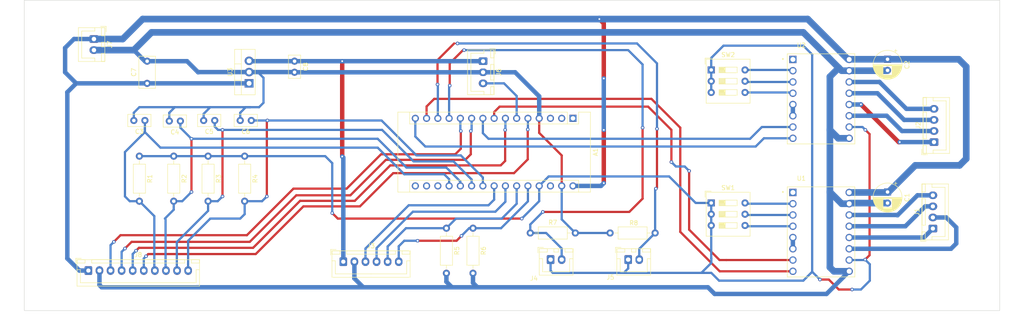
<source format=kicad_pcb>
(kicad_pcb (version 20211014) (generator pcbnew)
  (layers (0 "F.Cu" signal) (31 "B.Cu" signal) (34 "B.Paste" user) (35 "F.Paste" user) (36 "B.SilkS" user "B.Silkscreen") (37 "F.SilkS" user "F.Silkscreen") (38 "B.Mask" user) (39 "F.Mask" user) (44 "Edge.Cuts" user))
  (net 0 "")
  (net 4 "/GND")
  (net 5 "Net-(A1-Pad5)")
  (net 6 "/Sig")
  (net 7 "Net-(A1-Pad7)")
  (net 8 "Net-(A1-Pad8)")
  (net 9 "Net-(A1-Pad9)")
  (net 10 "Net-(A1-Pad10)")
  (net 11 "Net-(A1-Pad12)")
  (net 12 "Net-(A1-Pad13)")
  (net 13 "Net-(A1-Pad14)")
  (net 14 "Net-(A1-Pad15)")
  (net 18 "Net-(A1-Pad19)")
  (net 19 "Net-(A1-Pad20)")
  (net 20 "Net-(A1-Pad21)")
  (net 21 "Net-(A1-Pad22)")
  (net 22 "/SDA")
  (net 23 "/SCL")
  (net 24 "/SW1")
  (net 25 "/SW2")
  (net 27 "/12V")
  (net 28 "Net-(C8-Pad1)")
  (net 29 "Net-(J1-Pad1)")
  (net 30 "Net-(J1-Pad2)")
  (net 31 "Net-(J1-Pad3)")
  (net 32 "Net-(J1-Pad4)")
  (net 33 "Net-(J2-Pad1)")
  (net 34 "Net-(J2-Pad2)")
  (net 35 "Net-(J2-Pad3)")
  (net 36 "Net-(J2-Pad4)")
  (net 37 "Net-(SW1-Pad4)")
  (net 38 "Net-(SW1-Pad5)")
  (net 39 "Net-(SW1-Pad6)")
  (net 40 "Net-(SW2-Pad4)")
  (net 41 "Net-(SW2-Pad5)")
  (net 42 "Net-(SW2-Pad6)")
  (net 44 "Net-(U1-Pad5)")
  (net 46 "Net-(U2-Pad5)")
  (net 47 "Net-(A1-Pad27)")
  (net 48 "Net-(A1-Pad11)")
  (footprint "Connector_JST:JST_XH_B4B-XH-A_1x04_P2.50mm_Vertical" (layer "F.Cu") (at 244.1775 70 90)
    (fp_text reference "J2")
    (fp_text value "Conn_01x04")
  )
  (footprint "DRV8825_STEPPER_MOTOR_DRIVER_CARRIER:IC_DRV8825_STEPPER_MOTOR_DRIVER_CARRIER" (layer "F.Cu") (at 218.7025 60.25)
    (fp_text reference "U2")
    (fp_text value "DRV8825_STEPPER_MOTOR_DRIVER_CARRIER")
  )
  (footprint "Connector_JST:JST_XH_B2B-XH-A_1x02_P2.50mm_Vertical" (layer "F.Cu") (at 54.7025 46.75 -90)
    (fp_text reference "J7")
    (fp_text value "Power")
  )
  (footprint "Capacitor_THT:C_Rect_L7.0mm_W3.5mm_P5.00mm" (layer "F.Cu") (at 66.7025 56.75 90)
    (fp_text reference "C7")
    (fp_text value "0.33uF")
  )
  (footprint "Connector_JST:JST_XH_B4B-XH-A_1x04_P2.50mm_Vertical" (layer "F.Cu") (at 243.9275 89.5 90)
    (fp_text reference "J1")
    (fp_text value "Conn_01x04")
  )
  (footprint "Capacitor_THT:C_Disc_D5.0mm_W2.5mm_P2.50mm" (layer "F.Cu") (at 81.9525 65.125 180)
    (fp_text reference "C5")
    (fp_text value "0.1uF")
  )
  (footprint "Module:Arduino_Nano" (layer "F.Cu") (at 162.7525 64.64 -90)
    (fp_text reference "A1")
    (fp_text value "Arduino_Nano_v3.x")
  )
  (footprint "Package_TO_SOT_THT:TO-220-3_Vertical" (layer "F.Cu") (at 89.7025 56.75 90)
    (fp_text reference "U3")
    (fp_text value "LM7805_TO220")
  )
  (footprint "Capacitor_THT:C_Disc_D5.0mm_W2.5mm_P2.50mm" (layer "F.Cu") (at 66.2025 65.125 180)
    (fp_text reference "C3")
    (fp_text value "0.1uF")
  )
  (footprint "Resistor_THT:R_Axial_DIN0207_L6.3mm_D2.5mm_P10.16mm_Horizontal" (layer "F.Cu") (at 72.7025 73.17 -90)
    (fp_text reference "R2")
    (fp_text value "1k")
  )
  (footprint "Capacitor_THT:C_Disc_D5.0mm_W2.5mm_P2.50mm" (layer "F.Cu") (at 99.9525 51.75 -90)
    (fp_text reference "C8")
    (fp_text value "0.1uF")
  )
  (footprint "Resistor_THT:R_Axial_DIN0207_L6.3mm_D2.5mm_P10.16mm_Horizontal" (layer "F.Cu") (at 140.2025 89.42 -90)
    (fp_text reference "R6")
    (fp_text value "1k")
  )
  (footprint "Connector_JST:JST_XH_B10B-XH-A_1x10_P2.50mm_Vertical" (layer "F.Cu") (at 53.4525 98.975)
    (fp_text reference "J8")
    (fp_text value "Conn_01x10_Female")
  )
  (footprint "Connector_JST:JST_XH_B6B-XH-A_1x06_P2.50mm_Vertical" (layer "F.Cu") (at 110.9525 96.975)
    (fp_text reference "J3")
    (fp_text value "Conn_01x06")
  )
  (footprint "MountingHole:MountingHole_3.2mm_M3" (layer "F.Cu") (at 255 42)
    (fp_text reference "REF**" hide)
    (fp_text value "MountingHole_3.2mm_M3")
  )
  (footprint "Capacitor_THT:C_Disc_D5.0mm_W2.5mm_P2.50mm" (layer "F.Cu") (at 90.2025 65.125 180)
    (fp_text reference "C6")
    (fp_text value "0.1uF")
  )
  (footprint "Resistor_THT:R_Axial_DIN0207_L6.3mm_D2.5mm_P10.16mm_Horizontal" (layer "F.Cu") (at 88.7025 73.17 -90)
    (fp_text reference "R4")
    (fp_text value "1k")
  )
  (footprint "Connector_JST:JST_XH_B2B-XH-A_1x02_P2.50mm_Vertical" (layer "F.Cu") (at 157.7025 96.5)
    (fp_text reference "J4")
    (fp_text value "LimitA")
  )
  (footprint "Button_Switch_THT:SW_DIP_SPSTx03_Slide_9.78x9.8mm_W7.62mm_P2.54mm" (layer "F.Cu") (at 193.935 53.725)
    (fp_text reference "SW2")
    (fp_text value "SW_DIP_x03")
  )
  (footprint "MountingHole:MountingHole_3.2mm_M3" (layer "F.Cu") (at 255 104)
    (fp_text reference "REF**" hide)
    (fp_text value "MountingHole_3.2mm_M3")
  )
  (footprint "Capacitor_THT:C_Disc_D5.0mm_W2.5mm_P2.50mm" (layer "F.Cu") (at 74.2025 65.25 180)
    (fp_text reference "C4")
    (fp_text value "0.1uF")
  )
  (footprint "Resistor_THT:R_Axial_DIN0207_L6.3mm_D2.5mm_P10.16mm_Horizontal" (layer "F.Cu") (at 134.2025 89.42 -90)
    (fp_text reference "R5")
    (fp_text value "1k")
  )
  (footprint "Resistor_THT:R_Axial_DIN0207_L6.3mm_D2.5mm_P10.16mm_Horizontal" (layer "F.Cu") (at 64.9525 73.17 -90)
    (fp_text reference "R1")
    (fp_text value "1k")
  )
  (footprint "Resistor_THT:R_Axial_DIN0207_L6.3mm_D2.5mm_P10.16mm_Horizontal" (layer "F.Cu") (at 181.2825 90.5 180)
    (fp_text reference "R8")
    (fp_text value "1k")
  )
  (footprint "Connector_JST:JST_XH_B2B-XH-A_1x02_P2.50mm_Vertical" (layer "F.Cu") (at 175.2025 96.5)
    (fp_text reference "J5")
    (fp_text value "LimitB")
  )
  (footprint "Button_Switch_THT:SW_DIP_SPSTx03_Slide_9.78x9.8mm_W7.62mm_P2.54mm" (layer "F.Cu") (at 193.935 83.725)
    (fp_text reference "SW1")
    (fp_text value "SW_DIP_x03")
  )
  (footprint "Connector_JST:JST_XH_B3B-XH-A_1x03_P2.50mm_Vertical" (layer "F.Cu") (at 142.4775 51.75 -90)
    (fp_text reference "J6")
    (fp_text value "Servo")
  )
  (footprint "Capacitor_THT:CP_Radial_D6.3mm_P2.50mm" (layer "F.Cu") (at 233.7025 81.25 -90)
    (fp_text reference "C1")
    (fp_text value "100uF")
  )
  (footprint "MountingHole:MountingHole_3.2mm_M3" (layer "F.Cu") (at 43 42)
    (fp_text reference "REF**" hide)
    (fp_text value "MountingHole_3.2mm_M3")
  )
  (footprint "DRV8825_STEPPER_MOTOR_DRIVER_CARRIER:IC_DRV8825_STEPPER_MOTOR_DRIVER_CARRIER" (layer "F.Cu") (at 218.7025 90.25)
    (fp_text reference "U1")
    (fp_text value "DRV8825_STEPPER_MOTOR_DRIVER_CARRIER")
  )
  (footprint "MountingHole:MountingHole_3.2mm_M3" (layer "F.Cu") (at 43 104)
    (fp_text reference "REF**" hide)
    (fp_text value "MountingHole_3.2mm_M3")
  )
  (footprint "Resistor_THT:R_Axial_DIN0207_L6.3mm_D2.5mm_P10.16mm_Horizontal" (layer "F.Cu") (at 80.4525 73.17 -90)
    (fp_text reference "R3")
    (fp_text value "1k")
  )
  (footprint "Resistor_THT:R_Axial_DIN0207_L6.3mm_D2.5mm_P10.16mm_Horizontal" (layer "F.Cu") (at 153.1225 90.5)
    (fp_text reference "R7")
    (fp_text value "1k")
  )
  (footprint "Capacitor_THT:CP_Radial_D6.3mm_P2.50mm" (layer "F.Cu") (at 233.7025 51.317621 -90)
    (fp_text reference "C2")
    (fp_text value "100uF")
  )
  (gr_rect locked (start 39 38) (end 259 108) (layer "Edge.Cuts") (width 0.1) (fill none))
  (segment (start 155.1325 67.93) (end 155.1325 64.64) (width 0.5) (layer "F.Cu") (net 4))
  (segment (start 160.2125 79.88) (end 160.2125 73.01) (width 0.5) (layer "F.Cu") (net 4))
  (segment (start 160.2125 73.01) (end 155.1325 67.93) (width 0.5) (layer "F.Cu") (net 4))
  (segment (start 142.4775 54.25) (end 149.7025 54.25) (width 1) (layer "B.Cu") (net 4))
  (segment (start 67.7025 45.25) (end 214.7025 45.25) (width 1.5) (layer "B.Cu") (net 4))
  (segment (start 225.0525 53.9) (end 233.5525 53.9) (width 1.5) (layer "B.Cu") (net 4))
  (segment (start 113.4525 100.75) (end 115.4525 102.75) (width 1) (layer "B.Cu") (net 4))
  (segment (start 78.2025 54.25) (end 75.7025 51.75) (width 1) (layer "B.Cu") (net 4))
  (segment (start 63.7025 65.125) (end 63.7025 63.375) (width 0.5) (layer "B.Cu") (net 4))
  (segment (start 66.2025 51.75) (end 63.7025 49.25) (width 1) (layer "B.Cu") (net 4))
  (segment (start 225.0525 83.9) (end 223.3525 83.9) (width 1.5) (layer "B.Cu") (net 4))
  (segment (start 140.2025 101.75) (end 141.2025 102.75) (width 1) (layer "B.Cu") (net 4))
  (segment (start 79.4525 63.625) (end 80.9525 62.125) (width 0.5) (layer "B.Cu") (net 4))
  (segment (start 160.2125 87.43) (end 163.2825 90.5) (width 0.5) (layer "B.Cu") (net 4))
  (segment (start 220.7025 81.25) (end 220.7025 67.25) (width 1.5) (layer "B.Cu") (net 4))
  (segment (start 113.4525 96.975) (end 113.4525 100.75) (width 1) (layer "B.Cu") (net 4))
  (segment (start 149.7025 54.25) (end 155.1325 59.68) (width 1) (layer "B.Cu") (net 4))
  (segment (start 142.4775 54.25) (end 99.9525 54.25) (width 1) (layer "B.Cu") (net 4))
  (segment (start 87.7025 65.125) (end 87.7025 63.375) (width 0.5) (layer "B.Cu") (net 4))
  (segment (start 88.9525 62.125) (end 89.9525 62.125) (width 0.5) (layer "B.Cu") (net 4))
  (segment (start 89.7025 54.21) (end 78.2425 54.21) (width 1) (layer "B.Cu") (net 4))
  (segment (start 56.4525 102.75) (end 55.9525 102.25) (width 1) (layer "B.Cu") (net 4))
  (segment (start 141.2025 102.75) (end 135.4525 102.75) (width 1) (layer "B.Cu") (net 4))
  (segment (start 220.7025 67.25) (end 220.7025 55.25) (width 1.5) (layer "B.Cu") (net 4))
  (segment (start 89.7025 54.21) (end 91.6625 54.21) (width 0.25) (layer "B.Cu") (net 4))
  (segment (start 134.2025 99.58) (end 134.2025 101.5) (width 1) (layer "B.Cu") (net 4))
  (segment (start 63.7025 63.375) (end 64.9525 62.125) (width 0.5) (layer "B.Cu") (net 4))
  (segment (start 55.9525 102.25) (end 55.9525 98.975) (width 1) (layer "B.Cu") (net 4))
  (segment (start 92.9525 61.125) (end 91.9525 62.125) (width 0.5) (layer "B.Cu") (net 4))
  (segment (start 171.1225 90.5) (end 163.2825 90.5) (width 0.5) (layer "B.Cu") (net 4))
  (segment (start 222.7025 53.25) (end 223.3525 53.9) (width 1.5) (layer "B.Cu") (net 4))
  (segment (start 194.7025 104.25) (end 193.2025 102.75) (width 1) (layer "B.Cu") (net 4))
  (segment (start 219.9425 104.25) (end 194.7025 104.25) (width 1) (layer "B.Cu") (net 4))
  (segment (start 233.7025 83.75) (end 225.2025 83.75) (width 1.5) (layer "B.Cu") (net 4))
  (segment (start 134.2025 101.5) (end 135.4525 102.75) (width 1) (layer "B.Cu") (net 4))
  (segment (start 99.9125 54.21) (end 99.9525 54.25) (width 1) (layer "B.Cu") (net 4))
  (segment (start 225.0525 99.14) (end 219.9425 104.25) (width 1) (layer "B.Cu") (net 4))
  (segment (start 135.4525 102.75) (end 115.4525 102.75) (width 1) (layer "B.Cu") (net 4))
  (segment (start 225.0525 99.14) (end 221.5925 99.14) (width 1.5) (layer "B.Cu") (net 4))
  (segment (start 75.7025 51.75) (end 66.2025 51.75) (width 1) (layer "B.Cu") (net 4))
  (segment (start 71.7025 65.125) (end 71.7025 63.375) (width 0.5) (layer "B.Cu") (net 4))
  (segment (start 87.7025 63.375) (end 88.9525 62.125) (width 0.5) (layer "B.Cu") (net 4))
  (segment (start 223.3525 83.9) (end 220.7025 81.25) (width 1.5) (layer "B.Cu") (net 4))
  (segment (start 79.4525 65.125) (end 79.4525 63.625) (width 0.5) (layer "B.Cu") (net 4))
  (segment (start 221.5925 99.14) (end 220.7025 98.25) (width 1.5) (layer "B.Cu") (net 4))
  (segment (start 71.7025 63.375) (end 72.9525 62.125) (width 0.5) (layer "B.Cu") (net 4))
  (segment (start 220.7025 98.25) (end 220.7025 81.25) (width 1.5) (layer "B.Cu") (net 4))
  (segment (start 220.7025 55.25) (end 222.7025 53.25) (width 1.5) (layer "B.Cu") (net 4))
  (segment (start 160.2125 79.88) (end 160.2125 87.43) (width 0.5) (layer "B.Cu") (net 4))
  (segment (start 193.2025 102.75) (end 141.2025 102.75) (width 1) (layer "B.Cu") (net 4))
  (segment (start 63.7025 49.25) (end 67.7025 45.25) (width 1.5) (layer "B.Cu") (net 4))
  (segment (start 91.6625 54.21) (end 92.9525 55.5) (width 0.5) (layer "B.Cu") (net 4))
  (segment (start 155.1325 59.68) (end 155.1325 64.64) (width 1) (layer "B.Cu") (net 4))
  (segment (start 89.7025 54.21) (end 99.9125 54.21) (width 1) (layer "B.Cu") (net 4))
  (segment (start 91.9525 62.125) (end 89.9525 62.125) (width 0.5) (layer "B.Cu") (net 4))
  (segment (start 214.7025 45.25) (end 222.7025 53.25) (width 1.5) (layer "B.Cu") (net 4))
  (segment (start 140.2025 99.58) (end 140.2025 101.75) (width 1) (layer "B.Cu") (net 4))
  (segment (start 64.9525 62.125) (end 72.9525 62.125) (width 0.5) (layer "B.Cu") (net 4))
  (segment (start 54.7025 49.25) (end 63.7025 49.25) (width 1.5) (layer "B.Cu") (net 4))
  (segment (start 72.9525 62.125) (end 89.9525 62.125) (width 0.5) (layer "B.Cu") (net 4))
  (segment (start 78.2425 54.21) (end 78.2025 54.25) (width 1) (layer "B.Cu") (net 4))
  (segment (start 92.9525 55.5) (end 92.9525 61.125) (width 0.5) (layer "B.Cu") (net 4))
  (segment (start 222.5925 69.14) (end 220.7025 67.25) (width 1.5) (layer "B.Cu") (net 4))
  (segment (start 115.4525 102.75) (end 56.4525 102.75) (width 1) (layer "B.Cu") (net 4))
  (segment (start 233.5525 53.9) (end 233.7025 53.75) (width 1) (layer "B.Cu") (net 4))
  (segment (start 225.2025 83.75) (end 225.0525 83.9) (width 1) (layer "B.Cu") (net 4))
  (segment (start 225.0525 69.14) (end 222.5925 69.14) (width 1.5) (layer "B.Cu") (net 4))
  (segment (start 223.3525 53.9) (end 225.0525 53.9) (width 1.5) (layer "B.Cu") (net 4))
  (segment (start 114.7025 84.5) (end 101.9525 84.5) (width 0.5) (layer "F.Cu") (net 5))
  (segment (start 91.2025 95.25) (end 66.9525 95.25) (width 0.5) (layer "F.Cu") (net 5))
  (segment (start 152.55 73.9025) (end 149.4525 77) (width 0.5) (layer "F.Cu") (net 5))
  (segment (start 101.9525 84.5) (end 91.2025 95.25) (width 0.5) (layer "F.Cu") (net 5))
  (segment (start 149.4525 77) (end 122.2025 77) (width 0.5) (layer "F.Cu") (net 5))
  (segment (start 122.2025 77) (end 114.7025 84.5) (width 0.5) (layer "F.Cu") (net 5))
  (segment (start 66.9525 95.25) (end 66.4525 95.75) (width 0.5) (layer "F.Cu") (net 5))
  (segment (start 152.55 67.15) (end 152.55 73.9025) (width 0.5) (layer "F.Cu") (net 5))
  (via (at 66.4525 95.75) (size 0.8) (drill 0.4) (layers "F.Cu" "B.Cu") (net 5))
  (via (at 152.55 67.15) (size 0.8) (drill 0.4) (layers "F.Cu" "B.Cu") (net 5))
  (segment (start 65.9525 96.25) (end 65.9525 98.975) (width 0.5) (layer "B.Cu") (net 5))
  (segment (start 152.5925 64.64) (end 152.5925 67.2575) (width 0.5) (layer "B.Cu") (net 5))
  (segment (start 66.4525 95.75) (end 65.9525 96.25) (width 0.5) (layer "B.Cu") (net 5))
  (segment (start 152.55 67.3) (end 152.55 67.1525) (width 0.25) (layer "B.Cu") (net 5))
  (segment (start 150.0525 59.6) (end 150.0525 64.64) (width 0.5) (layer "B.Cu") (net 6))
  (segment (start 142.4775 56.75) (end 147.2025 56.75) (width 0.5) (layer "B.Cu") (net 6))
  (segment (start 147.2025 56.75) (end 150.0525 59.6) (width 0.5) (layer "B.Cu") (net 6))
  (segment (start 113.55 83.25) (end 121.55 75.25) (width 0.5) (layer "F.Cu") (net 7))
  (segment (start 101.2 83.25) (end 113.55 83.25) (width 0.5) (layer "F.Cu") (net 7))
  (segment (start 121.55 75.25) (end 146.4525 75.25) (width 0.5) (layer "F.Cu") (net 7))
  (segment (start 147.4525 74.25) (end 147.4525 67.25) (width 0.5) (layer "F.Cu") (net 7))
  (segment (start 64.2025 94.5) (end 64.8525 93.85) (width 0.5) (layer "F.Cu") (net 7))
  (segment (start 90.6 93.85) (end 101.2 83.25) (width 0.5) (layer "F.Cu") (net 7))
  (segment (start 64.8525 93.85) (end 90.6 93.85) (width 0.5) (layer "F.Cu") (net 7))
  (segment (start 146.4525 75.25) (end 147.4525 74.25) (width 0.5) (layer "F.Cu") (net 7))
  (via (at 64.2025 94.5) (size 0.8) (drill 0.4) (layers "F.Cu" "B.Cu") (net 7))
  (via (at 147.4525 67.25) (size 0.8) (drill 0.4) (layers "F.Cu" "B.Cu") (net 7))
  (segment (start 63.4525 95.25) (end 63.4525 98.975) (width 0.5) (layer "B.Cu") (net 7))
  (segment (start 64.2025 94.5) (end 63.4525 95.25) (width 0.5) (layer "B.Cu") (net 7))
  (segment (start 147.5125 64.64) (end 147.5125 67.19) (width 0.5) (layer "B.Cu") (net 7))
  (segment (start 147.5125 67.19) (end 147.4525 67.25) (width 0.25) (layer "B.Cu") (net 7))
  (segment (start 188.9525 76.5) (end 188.9525 89.75) (width 0.5) (layer "F.Cu") (net 8))
  (segment (start 212.3525 96.6) (end 197.3525 96.6) (width 0.5) (layer "F.Cu") (net 8))
  (segment (start 146.2025 62) (end 144.9725 63.23) (width 0.5) (layer "F.Cu") (net 8))
  (segment (start 188.9525 89.75) (end 195.8025 96.6) (width 0.5) (layer "F.Cu") (net 8))
  (segment (start 144.9725 63.23) (end 144.9725 64.64) (width 0.5) (layer "F.Cu") (net 8))
  (segment (start 195.8025 96.6) (end 197.3525 96.6) (width 0.5) (layer "F.Cu") (net 8))
  (segment (start 179.7025 62) (end 146.2025 62) (width 0.5) (layer "F.Cu") (net 8))
  (segment (start 184.9525 74.5) (end 184.9525 67.25) (width 0.5) (layer "F.Cu") (net 8))
  (segment (start 184.9525 67.25) (end 179.7025 62) (width 0.5) (layer "F.Cu") (net 8))
  (via (at 188.9525 76.5) (size 0.8) (drill 0.4) (layers "F.Cu" "B.Cu") (net 8))
  (via (at 184.9525 74.5) (size 0.8) (drill 0.4) (layers "F.Cu" "B.Cu") (net 8))
  (segment (start 185.9525 75.5) (end 184.9525 74.5) (width 0.5) (layer "B.Cu") (net 8))
  (segment (start 188.9525 76.5) (end 187.9525 75.5) (width 0.5) (layer "B.Cu") (net 8))
  (segment (start 187.9525 75.5) (end 185.9525 75.5) (width 0.5) (layer "B.Cu") (net 8))
  (segment (start 212.3525 66.6) (end 205.3525 66.6) (width 0.5) (layer "B.Cu") (net 9))
  (segment (start 202.7025 69.25) (end 143.7025 69.25) (width 0.5) (layer "B.Cu") (net 9))
  (segment (start 143.7025 69.25) (end 142.4325 67.98) (width 0.5) (layer "B.Cu") (net 9))
  (segment (start 142.4325 67.98) (end 142.4325 64.64) (width 0.5) (layer "B.Cu") (net 9))
  (segment (start 205.3525 66.6) (end 202.7025 69.25) (width 0.5) (layer "B.Cu") (net 9))
  (segment (start 112.55 82) (end 120.55 74) (width 0.5) (layer "F.Cu") (net 10))
  (segment (start 63.2025 92.5) (end 89.85 92.5) (width 0.5) (layer "F.Cu") (net 10))
  (segment (start 61.7025 94) (end 63.2025 92.5) (width 0.5) (layer "F.Cu") (net 10))
  (segment (start 138.4525 74) (end 139.7025 72.75) (width 0.5) (layer "F.Cu") (net 10))
  (segment (start 139.7025 72.75) (end 139.7025 67.5) (width 0.5) (layer "F.Cu") (net 10))
  (segment (start 120.55 74) (end 138.4525 74) (width 0.5) (layer "F.Cu") (net 10))
  (segment (start 100.35 82) (end 112.55 82) (width 0.5) (layer "F.Cu") (net 10))
  (segment (start 89.85 92.5) (end 100.35 82) (width 0.5) (layer "F.Cu") (net 10))
  (via (at 139.7025 67.5) (size 0.8) (drill 0.4) (layers "F.Cu" "B.Cu") (net 10))
  (via (at 61.7025 94) (size 0.8) (drill 0.4) (layers "F.Cu" "B.Cu") (net 10))
  (segment (start 139.8925 64.64) (end 139.8925 67.31) (width 0.5) (layer "B.Cu") (net 10))
  (segment (start 61.7025 94) (end 60.9525 94.75) (width 0.5) (layer "B.Cu") (net 10))
  (segment (start 60.9525 94.75) (end 60.9525 98.975) (width 0.5) (layer "B.Cu") (net 10))
  (segment (start 139.8925 67.31) (end 139.7025 67.5) (width 0.25) (layer "B.Cu") (net 10))
  (segment (start 155.9525 85.75) (end 175.4525 85.75) (width 0.5) (layer "F.Cu") (net 11))
  (segment (start 134.9525 52.25) (end 134.9525 57.25) (width 0.5) (layer "F.Cu") (net 11))
  (segment (start 178.4525 82.75) (end 178.4525 66.75) (width 0.5) (layer "F.Cu") (net 11))
  (segment (start 178.45 82.7525) (end 178.45 82.75) (width 0.5) (layer "F.Cu") (net 11))
  (segment (start 175.4525 85.75) (end 178.45 82.7525) (width 0.5) (layer "F.Cu") (net 11))
  (segment (start 137.9525 49.25) (end 134.9525 52.25) (width 0.5) (layer "F.Cu") (net 11))
  (segment (start 138.2025 49.25) (end 137.9525 49.25) (width 0.25) (layer "F.Cu") (net 11))
  (via (at 134.9525 57.25) (size 0.8) (drill 0.4) (layers "F.Cu" "B.Cu") (net 11))
  (via (at 178.4525 66.75) (size 0.8) (drill 0.4) (layers "F.Cu" "B.Cu") (net 11))
  (via (at 155.9525 85.75) (size 0.8) (drill 0.4) (layers "F.Cu" "B.Cu") (net 11))
  (via (at 138.2025 49.25) (size 0.8) (drill 0.4) (layers "F.Cu" "B.Cu") (net 11))
  (segment (start 178.4525 52.5) (end 178.4525 66.75) (width 0.5) (layer "B.Cu") (net 11))
  (segment (start 160.2025 96.5) (end 160.2025 94) (width 0.5) (layer "B.Cu") (net 11))
  (segment (start 153.1225 88.58) (end 155.9525 85.75) (width 0.5) (layer "B.Cu") (net 11))
  (segment (start 134.8125 57.39) (end 134.8125 64.64) (width 0.5) (layer "B.Cu") (net 11))
  (segment (start 138.2025 49.25) (end 175.2025 49.25) (width 0.5) (layer "B.Cu") (net 11))
  (segment (start 175.2025 49.25) (end 178.4525 52.5) (width 0.5) (layer "B.Cu") (net 11))
  (segment (start 160.2025 94) (end 156.7025 90.5) (width 0.5) (layer "B.Cu") (net 11))
  (segment (start 153.1225 90.5) (end 153.1225 88.58) (width 0.5) (layer "B.Cu") (net 11))
  (segment (start 134.9525 57.25) (end 134.8125 57.39) (width 0.25) (layer "B.Cu") (net 11))
  (segment (start 156.7025 90.5) (end 153.1225 90.5) (width 0.5) (layer "B.Cu") (net 11))
  (segment (start 181.4525 80.5) (end 181.7 80.2525) (width 0.5) (layer "F.Cu") (net 12))
  (segment (start 132.2025 51.5) (end 132.2025 57) (width 0.5) (layer "F.Cu") (net 12))
  (segment (start 136.7025 47.75) (end 135.9525 47.75) (width 0.25) (layer "F.Cu") (net 12))
  (segment (start 181.7 67.0025) (end 181.7025 67) (width 0.5) (layer "F.Cu") (net 12))
  (segment (start 181.7 80.2525) (end 181.7 67.0025) (width 0.5) (layer "F.Cu") (net 12))
  (segment (start 135.9525 47.75) (end 132.2025 51.5) (width 0.5) (layer "F.Cu") (net 12))
  (via (at 181.7025 67) (size 0.8) (drill 0.4) (layers "F.Cu" "B.Cu") (net 12))
  (via (at 181.4525 80.5) (size 0.8) (drill 0.4) (layers "F.Cu" "B.Cu") (net 12))
  (via (at 132.2025 57) (size 0.8) (drill 0.4) (layers "F.Cu" "B.Cu") (net 12))
  (via (at 136.7025 47.75) (size 0.8) (drill 0.4) (layers "F.Cu" "B.Cu") (net 12))
  (segment (start 136.7025 47.75) (end 177.2025 47.75) (width 0.5) (layer "B.Cu") (net 12))
  (segment (start 181.2825 80.67) (end 181.4525 80.5) (width 0.25) (layer "B.Cu") (net 12))
  (segment (start 181.2825 90.5) (end 181.2825 80.67) (width 0.5) (layer "B.Cu") (net 12))
  (segment (start 181.7025 52.25) (end 181.7025 67) (width 0.5) (layer "B.Cu") (net 12))
  (segment (start 177.7025 96.5) (end 177.7025 94.08) (width 0.5) (layer "B.Cu") (net 12))
  (segment (start 132.2025 57) (end 132.2725 57.07) (width 0.25) (layer "B.Cu") (net 12))
  (segment (start 177.2025 47.75) (end 181.7025 52.25) (width 0.5) (layer "B.Cu") (net 12))
  (segment (start 132.2725 57.07) (end 132.2725 64.64) (width 0.5) (layer "B.Cu") (net 12))
  (segment (start 177.7025 94.08) (end 181.2825 90.5) (width 0.5) (layer "B.Cu") (net 12))
  (segment (start 180.4525 60.25) (end 131.4525 60.25) (width 0.5) (layer "F.Cu") (net 13))
  (segment (start 195.8425 99.14) (end 186.9525 90.25) (width 0.5) (layer "F.Cu") (net 13))
  (segment (start 212.3525 99.14) (end 195.8425 99.14) (width 0.5) (layer "F.Cu") (net 13))
  (segment (start 186.9525 66.75) (end 180.4525 60.25) (width 0.5) (layer "F.Cu") (net 13))
  (segment (start 186.9525 90.25) (end 186.9525 66.75) (width 0.5) (layer "F.Cu") (net 13))
  (segment (start 131.4525 60.25) (end 129.7325 61.97) (width 0.5) (layer "F.Cu") (net 13))
  (segment (start 129.7325 61.97) (end 129.7325 64.64) (width 0.5) (layer "F.Cu") (net 13))
  (segment (start 205.8125 69.14) (end 203.9525 71) (width 0.5) (layer "B.Cu") (net 14))
  (segment (start 212.3525 69.14) (end 205.8125 69.14) (width 0.5) (layer "B.Cu") (net 14))
  (segment (start 127.1925 68.74) (end 127.1925 64.64) (width 0.5) (layer "B.Cu") (net 14))
  (segment (start 129.4525 71) (end 127.1925 68.74) (width 0.5) (layer "B.Cu") (net 14))
  (segment (start 203.9525 71) (end 129.4525 71) (width 0.5) (layer "B.Cu") (net 14))
  (segment (start 69.7025 71.25) (end 118.7025 71.25) (width 0.5) (layer "B.Cu") (net 18))
  (segment (start 66.2025 67.75) (end 69.7025 71.25) (width 0.5) (layer "B.Cu") (net 18))
  (segment (start 68.3225 86.7) (end 64.9525 83.33) (width 0.5) (layer "B.Cu") (net 18))
  (segment (start 61.7025 72.2475) (end 61.7025 82.25) (width 0.5) (layer "B.Cu") (net 18))
  (segment (start 66.2025 65.125) (end 66.2025 67.75) (width 0.5) (layer "B.Cu") (net 18))
  (segment (start 68.4525 98.975) (end 68.3225 98.845) (width 0.5) (layer "B.Cu") (net 18))
  (segment (start 61.7025 82.25) (end 62.7825 83.33) (width 0.5) (layer "B.Cu") (net 18))
  (segment (start 118.7025 71.25) (end 124.7025 77.25) (width 0.5) (layer "B.Cu") (net 18))
  (segment (start 66.2025 66.75) (end 66.2025 67.7475) (width 0.5) (layer "B.Cu") (net 18))
  (segment (start 62.7825 83.33) (end 64.9525 83.33) (width 0.5) (layer "B.Cu") (net 18))
  (segment (start 134.8125 78.36) (end 134.8125 79.88) (width 0.5) (layer "B.Cu") (net 18))
  (segment (start 66.2025 67.7475) (end 61.7025 72.2475) (width 0.5) (layer "B.Cu") (net 18))
  (segment (start 133.7025 77.25) (end 134.8125 78.36) (width 0.5) (layer "B.Cu") (net 18))
  (segment (start 124.7025 77.25) (end 133.7025 77.25) (width 0.5) (layer "B.Cu") (net 18))
  (segment (start 68.3225 98.845) (end 68.3225 86.7) (width 0.5) (layer "B.Cu") (net 18))
  (segment (start 66.2025 65.125) (end 66.2025 66.75) (width 0.25) (layer "B.Cu") (net 18))
  (segment (start 76.7025 81.25) (end 76.7025 69.25) (width 0.5) (layer "F.Cu") (net 19))
  (via (at 76.7025 69.25) (size 0.8) (drill 0.4) (layers "F.Cu" "B.Cu") (net 19))
  (via (at 76.7025 81.25) (size 0.8) (drill 0.4) (layers "F.Cu" "B.Cu") (net 19))
  (segment (start 125.2025 75.75) (end 134.2025 75.75) (width 0.5) (layer "B.Cu") (net 19))
  (segment (start 74.2025 65.25) (end 74.2025 66.75) (width 0.5) (layer "B.Cu") (net 19))
  (segment (start 137.3525 78.9) (end 137.3525 79.88) (width 0.5) (layer "B.Cu") (net 19))
  (segment (start 70.7025 87.25) (end 70.8625 87.41) (width 0.25) (layer "B.Cu") (net 19))
  (segment (start 134.2025 75.75) (end 137.3525 78.9) (width 0.5) (layer "B.Cu") (net 19))
  (segment (start 70.8625 98.885) (end 70.9525 98.975) (width 0.5) (layer "B.Cu") (net 19))
  (segment (start 70.8625 87.41) (end 70.8625 98.885) (width 0.5) (layer "B.Cu") (net 19))
  (segment (start 72.7025 83.33) (end 74.6225 83.33) (width 0.5) (layer "B.Cu") (net 19))
  (segment (start 74.6225 83.33) (end 76.7025 81.25) (width 0.5) (layer "B.Cu") (net 19))
  (segment (start 74.2025 66.75) (end 76.7025 69.25) (width 0.5) (layer "B.Cu") (net 19))
  (segment (start 76.7025 69.25) (end 118.7025 69.25) (width 0.5) (layer "B.Cu") (net 19))
  (segment (start 72.7025 83.33) (end 72.7025 85.25) (width 0.5) (layer "B.Cu") (net 19))
  (segment (start 72.7025 85.25) (end 70.7025 87.25) (width 0.5) (layer "B.Cu") (net 19))
  (segment (start 118.7025 69.25) (end 125.2025 75.75) (width 0.5) (layer "B.Cu") (net 19))
  (segment (start 83.7025 82.25) (end 83.7025 67.25) (width 0.5) (layer "F.Cu") (net 20))
  (via (at 83.7025 82.25) (size 0.8) (drill 0.4) (layers "F.Cu" "B.Cu") (net 20))
  (via (at 83.7025 67.25) (size 0.8) (drill 0.4) (layers "F.Cu" "B.Cu") (net 20))
  (segment (start 82.6225 83.33) (end 83.7025 82.25) (width 0.5) (layer "B.Cu") (net 20))
  (segment (start 73.4025 92.55) (end 80.4525 85.5) (width 0.5) (layer "B.Cu") (net 20))
  (segment (start 73.4525 98.975) (end 73.4025 98.925) (width 0.5) (layer "B.Cu") (net 20))
  (segment (start 135.8025 74.35) (end 126.8025 74.35) (width 0.5) (layer "B.Cu") (net 20))
  (segment (start 126.8025 74.35) (end 119.7025 67.25) (width 0.5) (layer "B.Cu") (net 20))
  (segment (start 139.8925 78.44) (end 135.8025 74.35) (width 0.5) (layer "B.Cu") (net 20))
  (segment (start 119.7025 67.25) (end 83.7025 67.25) (width 0.5) (layer "B.Cu") (net 20))
  (segment (start 139.8925 79.88) (end 139.8925 78.44) (width 0.5) (layer "B.Cu") (net 20))
  (segment (start 73.4025 98.925) (end 73.4025 92.55) (width 0.5) (layer "B.Cu") (net 20))
  (segment (start 80.4525 83.33) (end 82.6225 83.33) (width 0.5) (layer "B.Cu") (net 20))
  (segment (start 82.7025 67.25) (end 81.9525 66.5) (width 0.5) (layer "B.Cu") (net 20))
  (segment (start 80.4525 85.5) (end 80.4525 83.33) (width 0.5) (layer "B.Cu") (net 20))
  (segment (start 83.7025 67.25) (end 82.7025 67.25) (width 0.5) (layer "B.Cu") (net 20))
  (segment (start 81.9525 66.5) (end 81.9525 65.125) (width 0.5) (layer "B.Cu") (net 20))
  (segment (start 93.7025 82.25) (end 93.7025 65.25) (width 0.5) (layer "F.Cu") (net 21))
  (segment (start 93.7025 65.25) (end 93.8275 65.125) (width 0.25) (layer "F.Cu") (net 21))
  (via (at 93.7025 82.25) (size 0.8) (drill 0.4) (layers "F.Cu" "B.Cu") (net 21))
  (via (at 93.8275 65.125) (size 0.8) (drill 0.4) (layers "F.Cu" "B.Cu") (net 21))
  (segment (start 75.9425 92.26) (end 75.9425 98.965) (width 0.5) (layer "B.Cu") (net 21))
  (segment (start 80.9525 87.25) (end 75.9425 92.26) (width 0.5) (layer "B.Cu") (net 21))
  (segment (start 137.4525 73) (end 142.4325 77.98) (width 0.5) (layer "B.Cu") (net 21))
  (segment (start 75.9425 98.965) (end 75.9525 98.975) (width 0.5) (layer "B.Cu") (net 21))
  (segment (start 142.4325 77.98) (end 142.4325 79.88) (width 0.5) (layer "B.Cu") (net 21))
  (segment (start 87.7025 87.25) (end 80.9525 87.25) (width 0.5) (layer "B.Cu") (net 21))
  (segment (start 119.5775 65.125) (end 127.4525 73) (width 0.5) (layer "B.Cu") (net 21))
  (segment (start 88.7025 86.25) (end 87.7025 87.25) (width 0.5) (layer "B.Cu") (net 21))
  (segment (start 88.7025 83.33) (end 88.7025 86.25) (width 0.5) (layer "B.Cu") (net 21))
  (segment (start 88.7025 83.33) (end 92.6225 83.33) (width 0.5) (layer "B.Cu") (net 21))
  (segment (start 92.6225 83.33) (end 93.7025 82.25) (width 0.5) (layer "B.Cu") (net 21))
  (segment (start 127.4525 73) (end 137.4525 73) (width 0.5) (layer "B.Cu") (net 21))
  (segment (start 90.2025 65.125) (end 93.8275 65.125) (width 0.5) (layer "B.Cu") (net 21))
  (segment (start 93.8275 65.125) (end 119.5775 65.125) (width 0.5) (layer "B.Cu") (net 21))
  (segment (start 115.9525 94) (end 125.7025 84.25) (width 0.5) (layer "B.Cu") (net 22))
  (segment (start 125.7025 84.25) (end 143.7025 84.25) (width 0.5) (layer "B.Cu") (net 22))
  (segment (start 115.9525 96.975) (end 115.9525 94) (width 0.5) (layer "B.Cu") (net 22))
  (segment (start 144.9725 82.98) (end 144.9725 79.88) (width 0.5) (layer "B.Cu") (net 22))
  (segment (start 143.7025 84.25) (end 144.9725 82.98) (width 0.5) (layer "B.Cu") (net 22))
  (segment (start 147.5125 83.44) (end 147.5125 79.88) (width 0.5) (layer "B.Cu") (net 23))
  (segment (start 126.65 85.7) (end 145.2525 85.7) (width 0.5) (layer "B.Cu") (net 23))
  (segment (start 145.2525 85.7) (end 147.5125 83.44) (width 0.5) (layer "B.Cu") (net 23))
  (segment (start 118.4525 96.975) (end 118.4525 93.8975) (width 0.5) (layer "B.Cu") (net 23))
  (segment (start 118.4525 93.8975) (end 126.65 85.7) (width 0.5) (layer "B.Cu") (net 23))
  (segment (start 134.2025 89.42) (end 125.08 89.42) (width 0.5) (layer "B.Cu") (net 24))
  (segment (start 125.08 89.42) (end 120.9525 93.5475) (width 0.5) (layer "B.Cu") (net 24))
  (segment (start 134.2025 89.42) (end 136.3725 87.25) (width 0.5) (layer "B.Cu") (net 24))
  (segment (start 120.9525 93.5475) (end 120.9525 96.975) (width 0.5) (layer "B.Cu") (net 24))
  (segment (start 150.0525 83.9) (end 150.0525 79.88) (width 0.5) (layer "B.Cu") (net 24))
  (segment (start 136.3725 87.25) (end 146.7025 87.25) (width 0.5) (layer "B.Cu") (net 24))
  (segment (start 146.7025 87.25) (end 150.0525 83.9) (width 0.5) (layer "B.Cu") (net 24))
  (segment (start 137.6 91.15) (end 136.5 92.25) (width 0.5) (layer "F.Cu") (net 25))
  (segment (start 136.5 92.25) (end 127.7025 92.25) (width 0.5) (layer "F.Cu") (net 25))
  (via (at 127.7025 92.25) (size 0.8) (drill 0.4) (layers "F.Cu" "B.Cu") (net 25))
  (via (at 137.6 91.15) (size 0.8) (drill 0.4) (layers "F.Cu" "B.Cu") (net 25))
  (segment (start 123.4525 93.5) (end 123.4525 96.975) (width 0.5) (layer "B.Cu") (net 25))
  (segment (start 124.7025 92.25) (end 123.4525 93.5) (width 0.5) (layer "B.Cu") (net 25))
  (segment (start 140.2025 89.42) (end 146.5325 89.42) (width 0.5) (layer "B.Cu") (net 25))
  (segment (start 127.7025 92.25) (end 124.7025 92.25) (width 0.5) (layer "B.Cu") (net 25))
  (segment (start 152.5925 83.36) (end 152.5925 79.88) (width 0.5) (layer "B.Cu") (net 25))
  (segment (start 146.5325 89.42) (end 152.5925 83.36) (width 0.5) (layer "B.Cu") (net 25))
  (segment (start 137.6 91.15) (end 139.33 89.42) (width 0.5) (layer "B.Cu") (net 25))
  (segment (start 139.33 89.42) (end 140.2025 89.42) (width 0.5) (layer "B.Cu") (net 25))
  (segment (start 169.7025 43.25) (end 168.7025 42.25) (width 1) (layer "F.Cu") (net 27))
  (segment (start 169.7025 55.6475) (end 169.7025 43.25) (width 1) (layer "F.Cu") (net 27))
  (segment (start 169.7025 79.25) (end 169.7025 67.25) (width 1) (layer "F.Cu") (net 27))
  (segment (start 169.7 55.65) (end 169.7025 55.6475) (width 1) (layer "F.Cu") (net 27))
  (via (at 169.7 55.65) (size 0.8) (drill 0.4) (layers "F.Cu" "B.Cu") (net 27))
  (via (at 169.7025 79.25) (size 0.8) (drill 0.4) (layers "F.Cu" "B.Cu") (net 27))
  (via (at 169.7025 67.25) (size 0.8) (drill 0.4) (layers "F.Cu" "B.Cu") (net 27))
  (via (at 168.7025 42.25) (size 0.8) (drill 0.4) (layers "F.Cu" "B.Cu") (net 27))
  (segment (start 169.7025 67.25) (end 169.7025 55.6525) (width 1) (layer "B.Cu") (net 27))
  (segment (start 50.7025 56.75) (end 48.7025 58.75) (width 1) (layer "B.Cu") (net 27))
  (segment (start 249.770121 51.317621) (end 251.4525 53) (width 1.5) (layer "B.Cu") (net 27))
  (segment (start 215.7025 42.25) (end 168.7025 42.25) (width 1.5) (layer "B.Cu") (net 27))
  (segment (start 251.4525 73.75) (end 249.9525 75.25) (width 1.5) (layer "B.Cu") (net 27))
  (segment (start 50.2025 46.75) (end 54.7025 46.75) (width 1) (layer "B.Cu") (net 27))
  (segment (start 225.0525 51.36) (end 224.8125 51.36) (width 1) (layer "B.Cu") (net 27))
  (segment (start 61.2025 46.75) (end 54.7025 46.75) (width 1.5) (layer "B.Cu") (net 27))
  (segment (start 48.7025 58.75) (end 48.7025 96.25) (width 1) (layer "B.Cu") (net 27))
  (segment (start 169.0725 79.88) (end 169.7025 79.25) (width 1) (layer "B.Cu") (net 27))
  (segment (start 89.7025 56.75) (end 50.7025 56.75) (width 1) (layer "B.Cu") (net 27))
  (segment (start 51.4275 98.975) (end 53.4525 98.975) (width 1) (layer "B.Cu") (net 27))
  (segment (start 225.094879 51.317621) (end 249.770121 51.317621) (width 1.5) (layer "B.Cu") (net 27))
  (segment (start 162.7525 79.88) (end 169.0725 79.88) (width 1) (layer "B.Cu") (net 27))
  (segment (start 48.2025 48.75) (end 50.2025 46.75) (width 1) (layer "B.Cu") (net 27))
  (segment (start 48.2025 54.25) (end 48.2025 48.75) (width 1) (layer "B.Cu") (net 27))
  (segment (start 48.7025 96.25) (end 51.4275 98.975) (width 1) (layer "B.Cu") (net 27))
  (segment (start 65.7025 42.25) (end 61.2025 46.75) (width 1.5) (layer "B.Cu") (net 27))
  (segment (start 50.7025 56.75) (end 48.2025 54.25) (width 1) (layer "B.Cu") (net 27))
  (segment (start 239.9525 75.25) (end 233.8425 81.36) (width 1.5) (layer "B.Cu") (net 27))
  (segment (start 249.9525 75.25) (end 239.9525 75.25) (width 1.5) (layer "B.Cu") (net 27))
  (segment (start 169.7025 55.6525) (end 169.7 55.65) (width 1) (layer "B.Cu") (net 27))
  (segment (start 251.4525 53) (end 251.4525 73.75) (width 1.5) (layer "B.Cu") (net 27))
  (segment (start 233.8425 81.36) (end 225.0525 81.36) (width 1.5) (layer "B.Cu") (net 27))
  (segment (start 168.7025 42.25) (end 65.7025 42.25) (width 1.5) (layer "B.Cu") (net 27))
  (segment (start 225.0525 51.36) (end 225.094879 51.317621) (width 1.5) (layer "B.Cu") (net 27))
  (segment (start 224.8125 51.36) (end 215.7025 42.25) (width 1.5) (layer "B.Cu") (net 27))
  (segment (start 110.7025 51.75) (end 110.7025 73.25) (width 1) (layer "F.Cu") (net 28))
  (via (at 110.7025 73.25) (size 0.8) (drill 0.4) (layers "F.Cu" "B.Cu") (net 28))
  (via (at 110.7025 51.75) (size 0.8) (drill 0.4) (layers "F.Cu" "B.Cu") (net 28))
  (segment (start 99.9525 51.75) (end 110.7025 51.75) (width 1) (layer "B.Cu") (net 28))
  (segment (start 110.7025 51.75) (end 142.4775 51.75) (width 1) (layer "B.Cu") (net 28))
  (segment (start 110.9525 73.5) (end 110.9525 96.975) (width 1) (layer "B.Cu") (net 28))
  (segment (start 89.7825 51.75) (end 89.7025 51.67) (width 1) (layer "B.Cu") (net 28))
  (segment (start 99.9525 51.75) (end 89.7825 51.75) (width 1) (layer "B.Cu") (net 28))
  (segment (start 110.7025 73.25) (end 110.9525 73.5) (width 1) (layer "B.Cu") (net 28))
  (segment (start 241.9075 91.52) (end 225.0525 91.52) (width 1) (layer "B.Cu") (net 29))
  (segment (start 243.9275 89.5) (end 241.9075 91.52) (width 1) (layer "B.Cu") (net 29))
  (segment (start 243.9275 87) (end 246.9525 87) (width 1) (layer "B.Cu") (net 30))
  (segment (start 249.2025 92.87) (end 248.0125 94.06) (width 1) (layer "B.Cu") (net 30))
  (segment (start 248.0125 94.06) (end 225.0525 94.06) (width 1) (layer "B.Cu") (net 30))
  (segment (start 246.9525 87) (end 249.2025 89.25) (width 1) (layer "B.Cu") (net 30))
  (segment (start 249.2025 89.25) (end 249.2025 92.87) (width 1) (layer "B.Cu") (net 30))
  (segment (start 225.0525 88.98) (end 237.7225 88.98) (width 1) (layer "B.Cu") (net 31))
  (segment (start 242.2025 84.5) (end 243.9275 84.5) (width 1) (layer "B.Cu") (net 31))
  (segment (start 237.7225 88.98) (end 242.2025 84.5) (width 1) (layer "B.Cu") (net 31))
  (segment (start 235.9525 86.5) (end 235.8925 86.44) (width 1) (layer "B.Cu") (net 32))
  (segment (start 240.4525 82) (end 235.9525 86.5) (width 1) (layer "B.Cu") (net 32))
  (segment (start 243.9275 82) (end 240.4525 82) (width 1) (layer "B.Cu") (net 32))
  (segment (start 235.8925 86.44) (end 225.0525 86.44) (width 1) (layer "B.Cu") (net 32))
  (segment (start 227.7025 61.5) (end 236.2025 70) (width 1) (layer "F.Cu") (net 33))
  (segment (start 236.2025 70) (end 236.4525 70) (width 1) (layer "F.Cu") (net 33))
  (via (at 236.4525 70) (size 0.8) (drill 0.4) (layers "F.Cu" "B.Cu") (net 33))
  (via (at 227.7025 61.5) (size 0.8) (drill 0.4) (layers "F.Cu" "B.Cu") (net 33))
  (segment (start 244.1775 70) (end 236.4525 70) (width 1) (layer "B.Cu") (net 33))
  (segment (start 227.6825 61.52) (end 227.7025 61.5) (width 1) (layer "B.Cu") (net 33))
  (segment (start 225.0525 61.52) (end 227.6825 61.52) (width 1) (layer "B.Cu") (net 33))
  (segment (start 236.9525 67.5) (end 233.5125 64.06) (width 1) (layer "B.Cu") (net 34))
  (segment (start 244.1775 67.5) (end 236.9525 67.5) (width 1) (layer "B.Cu") (net 34))
  (segment (start 233.5125 64.06) (end 225.0525 64.06) (width 1) (layer "B.Cu") (net 34))
  (segment (start 225.0525 58.98) (end 231.4325 58.98) (width 1) (layer "B.Cu") (net 35))
  (segment (start 237.4525 65) (end 244.1775 65) (width 1) (layer "B.Cu") (net 35))
  (segment (start 231.4325 58.98) (end 237.4525 65) (width 1) (layer "B.Cu") (net 35))
  (segment (start 231.8925 56.44) (end 225.0525 56.44) (width 1) (layer "B.Cu") (net 36))
  (segment (start 237.9525 62.5) (end 231.8925 56.44) (width 1) (layer "B.Cu") (net 36))
  (segment (start 244.1775 62.5) (end 237.9525 62.5) (width 1) (layer "B.Cu") (net 36))
  (segment (start 201.73 88.98) (end 201.555 88.805) (width 0.5) (layer "B.Cu") (net 37))
  (segment (start 212.3525 88.98) (end 201.73 88.98) (width 0.5) (layer "B.Cu") (net 37))
  (segment (start 201.73 86.44) (end 201.555 86.265) (width 0.5) (layer "B.Cu") (net 38))
  (segment (start 212.3525 86.44) (end 201.73 86.44) (width 0.5) (layer "B.Cu") (net 38))
  (segment (start 212.3525 83.9) (end 201.73 83.9) (width 0.5) (layer "B.Cu") (net 39))
  (segment (start 201.73 83.9) (end 201.555 83.725) (width 0.5) (layer "B.Cu") (net 39))
  (segment (start 201.555 58.805) (end 212.1775 58.805) (width 0.5) (layer "B.Cu") (net 40))
  (segment (start 212.1775 58.805) (end 212.3525 58.98) (width 0.25) (layer "B.Cu") (net 40))
  (segment (start 201.73 56.44) (end 201.555 56.265) (width 0.5) (layer "B.Cu") (net 41))
  (segment (start 212.3525 56.44) (end 201.73 56.44) (width 0.5) (layer "B.Cu") (net 41))
  (segment (start 201.555 53.725) (end 212.1775 53.725) (width 0.5) (layer "B.Cu") (net 42))
  (segment (start 212.1775 53.725) (end 212.3525 53.9) (width 0.25) (layer "B.Cu") (net 42))
  (segment (start 212.3525 94.06) (end 212.3525 91.52) (width 1) (layer "B.Cu") (net 44))
  (segment (start 212.3525 64.06) (end 212.3525 61.52) (width 1) (layer "B.Cu") (net 46))
  (segment (start 218.4525 101) (end 220.4525 101) (width 0.5) (layer "F.Cu") (net 47))
  (segment (start 228.7025 67.25) (end 229.65 68.1975) (width 0.5) (layer "F.Cu") (net 47))
  (segment (start 109.7025 87.25) (end 108.4525 86) (width 0.5) (layer "F.Cu") (net 47))
  (segment (start 222.7025 103.25) (end 225.7025 103.25) (width 0.5) (layer "F.Cu") (net 47))
  (segment (start 229.65 95.505) (end 228.7025 96.4525) (width 0.5) (layer "F.Cu") (net 47))
  (segment (start 220.4525 101) (end 222.7025 103.25) (width 0.5) (layer "F.Cu") (net 47))
  (segment (start 229.65 68.1975) (end 229.65 95.505) (width 0.5) (layer "F.Cu") (net 47))
  (segment (start 151.2025 87.25) (end 109.7025 87.25) (width 0.5) (layer "F.Cu") (net 47))
  (via (at 228.7025 67.25) (size 0.8) (drill 0.4) (layers "F.Cu" "B.Cu") (net 47))
  (via (at 151.2025 87.25) (size 0.8) (drill 0.4) (layers "F.Cu" "B.Cu") (net 47))
  (via (at 108.4525 86) (size 0.8) (drill 0.4) (layers "F.Cu" "B.Cu") (net 47))
  (via (at 218.4525 101) (size 0.8) (drill 0.4) (layers "F.Cu" "B.Cu") (net 47))
  (via (at 225.7025 103.25) (size 0.8) (drill 0.4) (layers "F.Cu" "B.Cu") (net 47))
  (via (at 228.65 96.5) (size 0.8) (drill 0.4) (layers "F.Cu" "B.Cu") (net 47))
  (segment (start 175.2025 96.5) (end 175.2025 98.5) (width 0.5) (layer "B.Cu") (net 47))
  (segment (start 196.7025 48.25) (end 193.935 51.0175) (width 0.5) (layer "B.Cu") (net 47))
  (segment (start 228.65 96.6) (end 225.0525 96.6) (width 0.5) (layer "B.Cu") (net 47))
  (segment (start 155.1325 79.88) (end 157.2625 77.75) (width 0.5) (layer "B.Cu") (net 47))
  (segment (start 80.4525 73.17) (end 88.7025 73.17) (width 0.5) (layer "B.Cu") (net 47))
  (segment (start 228.65 96.5) (end 229.7025 97.5525) (width 0.5) (layer "B.Cu") (net 47))
  (segment (start 193.9525 97.25) (end 193.9525 96.25) (width 0.5) (layer "B.Cu") (net 47))
  (segment (start 193.935 58.805) (end 193.935 53.725) (width 0.5) (layer "B.Cu") (net 47))
  (segment (start 214.7025 48.25) (end 196.7025 48.25) (width 0.5) (layer "B.Cu") (net 47))
  (segment (start 216.7025 50.25) (end 214.7025 48.25) (width 0.5) (layer "B.Cu") (net 47))
  (segment (start 157.2625 77.75) (end 184.4525 77.75) (width 0.5) (layer "B.Cu") (net 47))
  (segment (start 108.4525 86) (end 108.4525 74.75) (width 0.5) (layer "B.Cu") (net 47))
  (segment (start 158.2025 99.5) (end 174.2025 99.5) (width 0.5) (layer "B.Cu") (net 47))
  (segment (start 157.7025 96.5) (end 157.7025 99) (width 0.5) (layer "B.Cu") (net 47))
  (segment (start 193.9525 96.25) (end 193.935 96.2325) (width 0.5) (layer "B.Cu") (net 47))
  (segment (start 228.0525 66.6) (end 228.7025 67.25) (width 0.5) (layer "B.Cu") (net 47))
  (segment (start 193.935 83.725) (end 193.935 96.2325) (width 0.5) (layer "B.Cu") (net 47))
  (segment (start 155.1325 79.88) (end 155.1325 83.32) (width 0.5) (layer "B.Cu") (net 47))
  (segment (start 190.4275 83.725) (end 193.935 83.725) (width 0.5) (layer "B.Cu") (net 47))
  (segment (start 184.4525 77.75) (end 190.4275 83.725) (width 0.5) (layer "B.Cu") (net 47))
  (segment (start 191.7025 99.5) (end 193.9525 99.5) (width 0.5) (layer "B.Cu") (net 47))
  (segment (start 72.7025 73.17) (end 80.4525 73.17) (width 0.5) (layer "B.Cu") (net 47))
  (segment (start 225.0525 66.6) (end 228.0525 66.6) (width 0.5) (layer "B.Cu") (net 47))
  (segment (start 193.935 51.0175) (end 193.935 53.725) (width 0.5) (layer "B.Cu") (net 47))
  (segment (start 191.7025 99.5) (end 193.9525 97.25) (width 0.5) (layer "B.Cu") (net 47))
  (segment (start 195.7025 101.25) (end 214.7025 101.25) (width 0.5) (layer "B.Cu") (net 47))
  (segment (start 175.2025 98.5) (end 174.2025 99.5) (width 0.5) (layer "B.Cu") (net 47))
  (segment (start 155.1325 83.32) (end 151.2025 87.25) (width 0.5) (layer "B.Cu") (net 47))
  (segment (start 216.7025 99.25) (end 216.7025 50.25) (width 0.5) (layer "B.Cu") (net 47))
  (segment (start 193.9525 99.5) (end 195.7025 101.25) (width 0.5) (layer "B.Cu") (net 47))
  (segment (start 229.7025 97.5525) (end 229.7025 101.25) (width 0.5) (layer "B.Cu") (net 47))
  (segment (start 174.2025 99.5) (end 191.7025 99.5) (width 0.5) (layer "B.Cu") (net 47))
  (segment (start 108.4525 74.75) (end 106.8725 73.17) (width 0.5) (layer "B.Cu") (net 47))
  (segment (start 64.9525 73.17) (end 72.7025 73.17) (width 0.5) (layer "B.Cu") (net 47))
  (segment (start 106.8725 73.17) (end 88.7025 73.17) (width 0.5) (layer "B.Cu") (net 47))
  (segment (start 157.7025 99) (end 158.2025 99.5) (width 0.5) (layer "B.Cu") (net 47))
  (segment (start 218.4525 101) (end 216.7025 99.25) (width 0.5) (layer "B.Cu") (net 47))
  (segment (start 229.7025 101.25) (end 227.7025 103.25) (width 0.5) (layer "B.Cu") (net 47))
  (segment (start 227.7025 103.25) (end 225.7025 103.25) (width 0.5) (layer "B.Cu") (net 47))
  (segment (start 214.7025 101.25) (end 216.7025 99.25) (width 0.5) (layer "B.Cu") (net 47))
  (segment (start 119.4525 72.75) (end 136.2025 72.75) (width 0.5) (layer "F.Cu") (net 48))
  (segment (start 59.2025 92.5) (end 60.7025 91) (width 0.5) (layer "F.Cu") (net 48))
  (segment (start 136.2025 72.75) (end 137.4525 71.5) (width 0.5) (layer "F.Cu") (net 48))
  (segment (start 60.7025 91) (end 89.2025 91) (width 0.5) (layer "F.Cu") (net 48))
  (segment (start 137.4525 71.5) (end 137.4525 67.5) (width 0.5) (layer "F.Cu") (net 48))
  (segment (start 111.7025 80.5) (end 119.4525 72.75) (width 0.5) (layer "F.Cu") (net 48))
  (segment (start 99.7025 80.5) (end 111.7025 80.5) (width 0.5) (layer "F.Cu") (net 48))
  (segment (start 89.2025 91) (end 99.7025 80.5) (width 0.5) (layer "F.Cu") (net 48))
  (via (at 137.4525 67.5) (size 0.8) (drill 0.4) (layers "F.Cu" "B.Cu") (net 48))
  (via (at 59.2025 92.5) (size 0.8) (drill 0.4) (layers "F.Cu" "B.Cu") (net 48))
  (segment (start 59.2025 92.5) (end 58.4525 93.25) (width 0.5) (layer "B.Cu") (net 48))
  (segment (start 137.3525 64.64) (end 137.3525 67.4) (width 0.5) (layer "B.Cu") (net 48))
  (segment (start 58.4525 93.25) (end 58.4525 98.975) (width 0.5) (layer "B.Cu") (net 48))
  (segment (start 137.3525 67.4) (end 137.4525 67.5) (width 0.25) (layer "B.Cu") (net 48))
)
</source>
